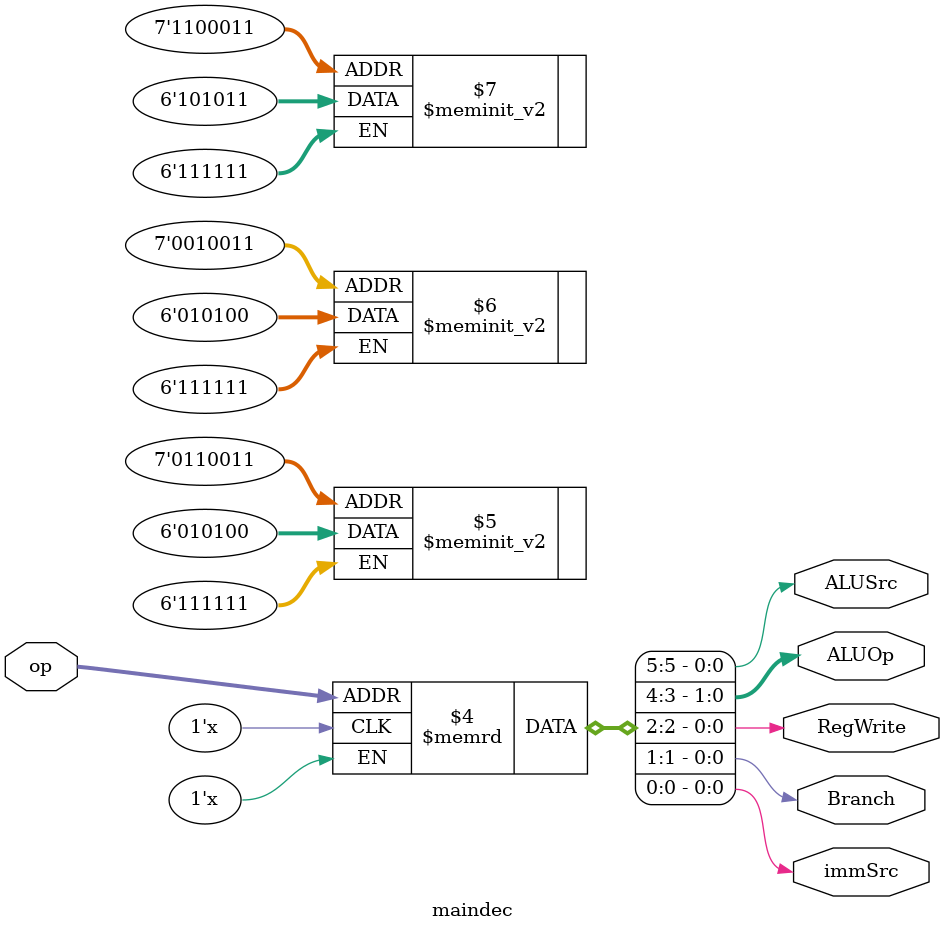
<source format=sv>
module maindec(input logic [6:0] op,
					output logic RegWrite,
               output logic ALUSrc,
					output logic Branch,
					output logic immSrc,
               output logic [1:0] ALUOp);

    // Declare a ROM with 2^7 (128) entries and 11 bits per entry
    reg [5:0] rom [0:127];

    // Initialize the ROM with control signal values
    initial begin
        // Initialize the ROM based on opcode
        // Format: rom[opcode] = {RegWrite, ImmSrc, ALUSrc, MemWrite, ResultSrc, Branch, ALUOp, Jump}
        // For example:
        rom[7'b0110011] = 6'b0_10_1_0_0; // R-type
        rom[7'b0010011] = 6'b0_10_1_0_0; // I-type ALU
		  rom[7'b1100011] = 6'b1_01_0_1_1; // Branch instructions
        // Add more opcode entries as needed
    end

    // Read from the ROM based on the opcode
    assign {ALUSrc,ALUOp,RegWrite,Branch,immSrc} = rom[op];

endmodule
</source>
